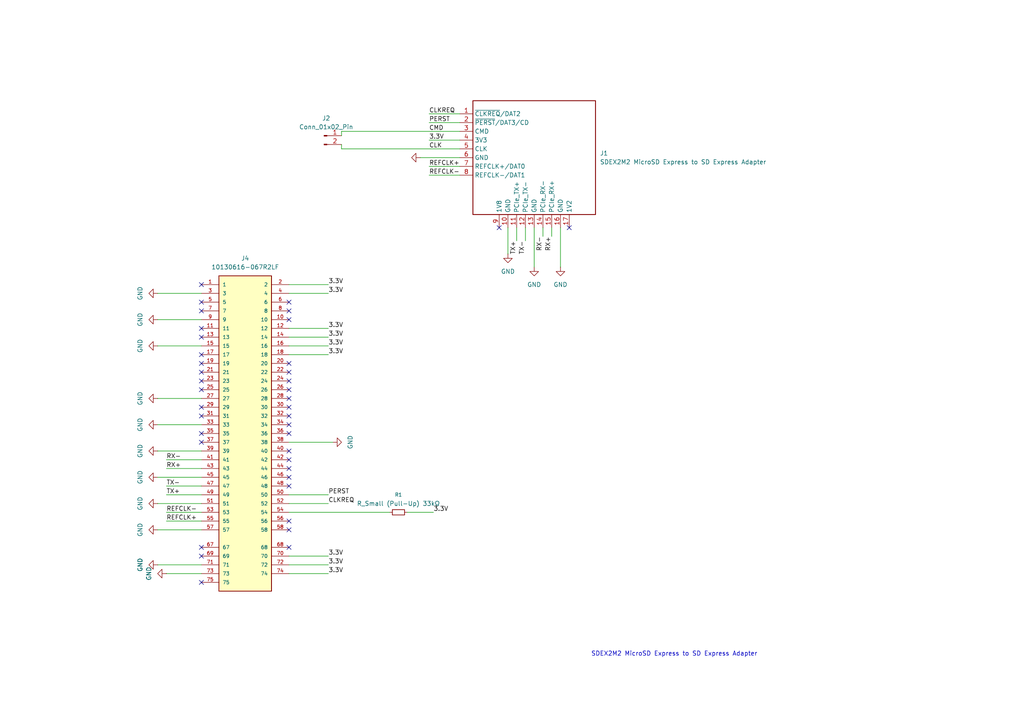
<source format=kicad_sch>
(kicad_sch (version 20250114) (generator "eeschema") (generator_version "9.0")
  (paper "A4")
  (lib_symbols
    (symbol "10130616-067R2LF:10130616-067R2LF" (pin_names (offset 1.016))
      (property "Reference" "J" (at -7.62 46.355 0))
      (property "Value" "10130616-067R2LF" (at -7.62 -48.26 0))
      (symbol "10130616-067R2LF_0_0"
        (rectangle (start -7.62 -45.72) (end 7.62 45.72) (stroke (width 0.254)) (fill (type background)))
        (pin passive line (at -12.7 43.18 0) (length 5.08) (name "1") (number "1"))
        (pin passive line (at -12.7 40.64 0) (length 5.08) (name "3") (number "3"))
        (pin passive line (at -12.7 38.1 0) (length 5.08) (name "5") (number "5"))
        (pin passive line (at -12.7 35.56 0) (length 5.08) (name "7") (number "7"))
        (pin passive line (at -12.7 33.02 0) (length 5.08) (name "9") (number "9"))
        (pin passive line (at -12.7 30.48 0) (length 5.08) (name "11") (number "11"))
        (pin passive line (at -12.7 27.94 0) (length 5.08) (name "13") (number "13"))
        (pin passive line (at -12.7 25.4 0) (length 5.08) (name "15") (number "15"))
        (pin passive line (at -12.7 22.86 0) (length 5.08) (name "17") (number "17"))
        (pin passive line (at -12.7 20.32 0) (length 5.08) (name "19") (number "19"))
        (pin passive line (at -12.7 17.78 0) (length 5.08) (name "21") (number "21"))
        (pin passive line (at -12.7 15.24 0) (length 5.08) (name "23") (number "23"))
        (pin passive line (at -12.7 12.7 0) (length 5.08) (name "25") (number "25"))
        (pin passive line (at -12.7 10.16 0) (length 5.08) (name "27") (number "27"))
        (pin passive line (at -12.7 7.62 0) (length 5.08) (name "29") (number "29"))
        (pin passive line (at -12.7 5.08 0) (length 5.08) (name "31") (number "31"))
        (pin passive line (at -12.7 2.54 0) (length 5.08) (name "33") (number "33"))
        (pin passive line (at -12.7 0 0) (length 5.08) (name "35") (number "35"))
        (pin passive line (at -12.7 -2.54 0) (length 5.08) (name "37") (number "37"))
        (pin passive line (at -12.7 -5.08 0) (length 5.08) (name "39") (number "39"))
        (pin passive line (at -12.7 -7.62 0) (length 5.08) (name "41") (number "41"))
        (pin passive line (at -12.7 -10.16 0) (length 5.08) (name "43") (number "43"))
        (pin passive line (at -12.7 -12.7 0) (length 5.08) (name "45") (number "45"))
        (pin passive line (at -12.7 -15.24 0) (length 5.08) (name "47") (number "47"))
        (pin passive line (at -12.7 -17.78 0) (length 5.08) (name "49") (number "49"))
        (pin passive line (at -12.7 -20.32 0) (length 5.08) (name "51") (number "51"))
        (pin passive line (at -12.7 -22.86 0) (length 5.08) (name "53") (number "53"))
        (pin passive line (at -12.7 -25.4 0) (length 5.08) (name "55") (number "55"))
        (pin passive line (at -12.7 -27.94 0) (length 5.08) (name "57") (number "57"))
        (pin passive line (at -12.7 -33.02 0) (length 5.08) (name "67") (number "67"))
        (pin passive line (at -12.7 -35.56 0) (length 5.08) (name "69") (number "69"))
        (pin passive line (at -12.7 -38.1 0) (length 5.08) (name "71") (number "71"))
        (pin passive line (at -12.7 -40.64 0) (length 5.08) (name "73") (number "73"))
        (pin passive line (at -12.7 -43.18 0) (length 5.08) (name "75") (number "75"))
        (pin passive line (at 12.7 43.18 180) (length 5.08) (name "2") (number "2"))
        (pin passive line (at 12.7 40.64 180) (length 5.08) (name "4") (number "4"))
        (pin passive line (at 12.7 38.1 180) (length 5.08) (name "6") (number "6"))
        (pin passive line (at 12.7 35.56 180) (length 5.08) (name "8") (number "8"))
        (pin passive line (at 12.7 33.02 180) (length 5.08) (name "10") (number "10"))
        (pin passive line (at 12.7 30.48 180) (length 5.08) (name "12") (number "12"))
        (pin passive line (at 12.7 27.94 180) (length 5.08) (name "14") (number "14"))
        (pin passive line (at 12.7 25.4 180) (length 5.08) (name "16") (number "16"))
        (pin passive line (at 12.7 22.86 180) (length 5.08) (name "18") (number "18"))
        (pin passive line (at 12.7 20.32 180) (length 5.08) (name "20") (number "20"))
        (pin passive line (at 12.7 17.78 180) (length 5.08) (name "22") (number "22"))
        (pin passive line (at 12.7 15.24 180) (length 5.08) (name "24") (number "24"))
        (pin passive line (at 12.7 12.7 180) (length 5.08) (name "26") (number "26"))
        (pin passive line (at 12.7 10.16 180) (length 5.08) (name "28") (number "28"))
        (pin passive line (at 12.7 7.62 180) (length 5.08) (name "30") (number "30"))
        (pin passive line (at 12.7 5.08 180) (length 5.08) (name "32") (number "32"))
        (pin passive line (at 12.7 2.54 180) (length 5.08) (name "34") (number "34"))
        (pin passive line (at 12.7 0 180) (length 5.08) (name "36") (number "36"))
        (pin passive line (at 12.7 -2.54 180) (length 5.08) (name "38") (number "38"))
        (pin passive line (at 12.7 -5.08 180) (length 5.08) (name "40") (number "40"))
        (pin passive line (at 12.7 -7.62 180) (length 5.08) (name "42") (number "42"))
        (pin passive line (at 12.7 -10.16 180) (length 5.08) (name "44") (number "44"))
        (pin passive line (at 12.7 -12.7 180) (length 5.08) (name "46") (number "46"))
        (pin passive line (at 12.7 -15.24 180) (length 5.08) (name "48") (number "48"))
        (pin passive line (at 12.7 -17.78 180) (length 5.08) (name "50") (number "50"))
        (pin passive line (at 12.7 -20.32 180) (length 5.08) (name "52") (number "52"))
        (pin passive line (at 12.7 -22.86 180) (length 5.08) (name "54") (number "54"))
        (pin passive line (at 12.7 -25.4 180) (length 5.08) (name "56") (number "56"))
        (pin passive line (at 12.7 -27.94 180) (length 5.08) (name "58") (number "58"))
        (pin passive line (at 12.7 -33.02 180) (length 5.08) (name "68") (number "68"))
        (pin passive line (at 12.7 -35.56 180) (length 5.08) (name "70") (number "70"))
        (pin passive line (at 12.7 -38.1 180) (length 5.08) (name "72") (number "72"))
        (pin passive line (at 12.7 -40.64 180) (length 5.08) (name "74") (number "74"))
      )
    )
    (symbol "Connector:Conn_01x02_Pin" (pin_names (offset 1.016) (hide yes))
      (property "Reference" "J" (at 0 2.54 0))
      (property "Value" "Conn_01x02_Pin" (at 0 -5.08 0))
      (symbol "Conn_01x02_Pin_1_1"
        (rectangle (start 0.8636 0.127) (end 0 -0.127) (stroke (width 0.1524)) (fill (type outline)))
        (rectangle (start 0.8636 -2.413) (end 0 -2.667) (stroke (width 0.1524)) (fill (type outline)))
        (polyline (pts (xy 1.27 0) (xy 0.8636 0)) (stroke (width 0.1524)))
        (polyline (pts (xy 1.27 -2.54) (xy 0.8636 -2.54)) (stroke (width 0.1524)))
        (pin passive line (at 5.08 0 180) (length 3.81) (name "Pin_1") (number "1"))
        (pin passive line (at 5.08 -2.54 180) (length 3.81) (name "Pin_2") (number "2"))
      )
    )
    (symbol "Device:R_Small" (pin_numbers (hide yes)) (pin_names (offset 0.254) (hide yes))
      (property "Reference" "R" (at 0 0 90))
      (property "Value" "R_Small" (at 1.778 0 90))
      (symbol "R_Small_0_1"
        (rectangle (start -0.762 1.778) (end 0.762 -1.778) (stroke (width 0.2032)))
      )
      (symbol "R_Small_1_1"
        (pin passive line (at 0 2.54 270) (length 0.762) (name "~") (number "1"))
        (pin passive line (at 0 -2.54 90) (length 0.762) (name "~") (number "2"))
      )
    )
    (symbol "m1cha:Micro_SDex_PCB"
      (property "Reference" "J1" (at 17.78 1.2701 0))
      (property "Value" "SDEX2M2 MicroSD Express 	Card" (at 17.78 -1.2699 0))
      (symbol "Micro_SDex_PCB_0_1"
        (polyline (pts (xy 16.51 -8.89) (xy 16.51 16.51) (xy -19.05 16.51) (xy -19.05 -16.51) (xy 16.51 -16.51) (xy 16.51 -8.89)) (stroke (width 0.254)))
      )
      (symbol "Micro_SDex_PCB_1_1"
        (pin bidirectional line (at -22.86 12.7 0) (length 3.81) (name "~{CLKREQ}/DAT2") (number "1"))
        (pin bidirectional line (at -22.86 10.16 0) (length 3.81) (name "~{PERST}/DAT3/CD") (number "2"))
        (pin output line (at -22.86 7.62 0) (length 3.81) (name "CMD") (number "3"))
        (pin power_out line (at -22.86 5.08 0) (length 3.81) (name "3V3") (number "4"))
        (pin output line (at -22.86 2.54 0) (length 3.81) (name "CLK") (number "5"))
        (pin power_out line (at -22.86 0 0) (length 3.81) (name "GND") (number "6"))
        (pin bidirectional line (at -22.86 -2.54 0) (length 3.81) (name "REFCLK+/DAT0") (number "7"))
        (pin bidirectional line (at -22.86 -5.08 0) (length 3.81) (name "REFCLK-/DAT1") (number "8"))
        (pin power_out line (at -11.43 -20.32 90) (length 3.81) (name "1V8") (number "9"))
        (pin passive line (at -8.89 -20.32 90) (length 3.81) (name "GND") (number "10"))
        (pin output line (at -6.35 -20.32 90) (length 3.81) (name "PCIe_TX+") (number "11"))
        (pin output line (at -3.81 -20.32 90) (length 3.81) (name "PCIe_TX-") (number "12"))
        (pin passive line (at -1.27 -20.32 90) (length 3.81) (name "GND") (number "13"))
        (pin input line (at 1.27 -20.32 90) (length 3.81) (name "PCIe_RX-") (number "14"))
        (pin input line (at 3.81 -20.32 90) (length 3.81) (name "PCIe_RX+") (number "15"))
        (pin passive line (at 6.35 -20.32 90) (length 3.81) (name "GND") (number "16"))
        (pin power_out line (at 8.89 -20.32 90) (length 3.81) (name "1V2") (number "17"))
      )
    )
    (symbol "power:GND" (power) (pin_numbers (hide yes)) (pin_names (offset 0) (hide yes))
      (property "Value" "GND" (at 0 -3.81 0))
      (symbol "GND_0_1"
        (polyline (pts (xy 0 0) (xy 0 -1.27) (xy 1.27 -1.27) (xy 0 -2.54) (xy -1.27 -1.27) (xy 0 -1.27)))
      )
      (symbol "GND_1_1"
        (pin power_in line (at 0 0 270) (length 0) (name "~") (number "1"))
      )
    )
  )
  (text "SDEX2M2 MicroSD Express to SD Express Adapter" (at 195.58 189.738 0) (effects (font (size 1.27 1.27))))
  (no_connect (at 83.82 138.43))
  (no_connect (at 58.42 110.49))
  (no_connect (at 83.82 153.67))
  (no_connect (at 58.42 102.87))
  (no_connect (at 58.42 168.91))
  (no_connect (at 83.82 87.63))
  (no_connect (at 58.42 82.55))
  (no_connect (at 58.42 113.03))
  (no_connect (at 83.82 118.11))
  (no_connect (at 83.82 113.03))
  (no_connect (at 83.82 123.19))
  (no_connect (at 58.42 158.75))
  (no_connect (at 58.42 95.25))
  (no_connect (at 58.42 87.63))
  (no_connect (at 83.82 110.49))
  (no_connect (at 165.1 66.04))
  (no_connect (at 83.82 105.41))
  (no_connect (at 83.82 130.81))
  (no_connect (at 58.42 125.73))
  (no_connect (at 83.82 120.65))
  (no_connect (at 58.42 90.17))
  (no_connect (at 83.82 125.73))
  (no_connect (at 83.82 90.17))
  (no_connect (at 83.82 158.75))
  (no_connect (at 83.82 92.71))
  (no_connect (at 83.82 151.13))
  (no_connect (at 58.42 105.41))
  (no_connect (at 83.82 133.35))
  (no_connect (at 58.42 161.29))
  (no_connect (at 83.82 107.95))
  (no_connect (at 58.42 128.27))
  (no_connect (at 58.42 120.65))
  (no_connect (at 58.42 97.79))
  (no_connect (at 58.42 118.11))
  (no_connect (at 83.82 135.89))
  (no_connect (at 58.42 107.95))
  (no_connect (at 83.82 140.97))
  (no_connect (at 83.82 115.57))
  (no_connect (at 144.78 66.04))
  (wire (pts (xy 83.82 85.09) (xy 95.25 85.09)))
  (wire (pts (xy 121.92 45.72) (xy 133.35 45.72)))
  (wire (pts (xy 83.82 146.05) (xy 95.25 146.05)))
  (wire (pts (xy 124.46 40.64) (xy 133.35 40.64)))
  (wire (pts (xy 118.11 148.59) (xy 125.73 148.59)))
  (wire (pts (xy 45.72 138.43) (xy 58.42 138.43)))
  (wire (pts (xy 99.06 43.18) (xy 133.35 43.18)))
  (wire (pts (xy 83.82 166.37) (xy 95.25 166.37)))
  (wire (pts (xy 45.72 146.05) (xy 58.42 146.05)))
  (wire (pts (xy 157.48 66.04) (xy 157.48 68.58)))
  (wire (pts (xy 124.46 50.8) (xy 133.35 50.8)))
  (wire (pts (xy 99.06 38.1) (xy 133.35 38.1)))
  (wire (pts (xy 83.82 95.25) (xy 95.25 95.25)))
  (wire (pts (xy 48.26 133.35) (xy 58.42 133.35)))
  (wire (pts (xy 124.46 33.02) (xy 133.35 33.02)))
  (wire (pts (xy 147.32 73.66) (xy 147.32 66.04)))
  (wire (pts (xy 99.06 38.1) (xy 99.06 39.37)))
  (wire (pts (xy 48.26 151.13) (xy 58.42 151.13)))
  (wire (pts (xy 45.72 115.57) (xy 58.42 115.57)))
  (wire (pts (xy 83.82 143.51) (xy 95.25 143.51)))
  (wire (pts (xy 48.26 140.97) (xy 58.42 140.97)))
  (wire (pts (xy 162.56 77.47) (xy 162.56 66.04)))
  (wire (pts (xy 160.02 66.04) (xy 160.02 68.58)))
  (wire (pts (xy 99.06 43.18) (xy 99.06 41.91)))
  (wire (pts (xy 83.82 163.83) (xy 95.25 163.83)))
  (wire (pts (xy 124.46 35.56) (xy 133.35 35.56)))
  (wire (pts (xy 48.26 143.51) (xy 58.42 143.51)))
  (wire (pts (xy 83.82 97.79) (xy 95.25 97.79)))
  (wire (pts (xy 45.72 100.33) (xy 58.42 100.33)))
  (wire (pts (xy 48.26 166.37) (xy 58.42 166.37)))
  (wire (pts (xy 48.26 135.89) (xy 58.42 135.89)))
  (wire (pts (xy 154.94 77.47) (xy 154.94 66.04)))
  (wire (pts (xy 83.82 128.27) (xy 96.52 128.27)))
  (wire (pts (xy 45.72 153.67) (xy 58.42 153.67)))
  (wire (pts (xy 48.26 148.59) (xy 58.42 148.59)))
  (wire (pts (xy 45.72 163.83) (xy 58.42 163.83)))
  (wire (pts (xy 152.4 66.04) (xy 152.4 69.85)))
  (wire (pts (xy 83.82 102.87) (xy 95.25 102.87)))
  (wire (pts (xy 83.82 100.33) (xy 95.25 100.33)))
  (wire (pts (xy 45.72 92.71) (xy 58.42 92.71)))
  (wire (pts (xy 83.82 161.29) (xy 95.25 161.29)))
  (wire (pts (xy 149.86 66.04) (xy 149.86 69.85)))
  (wire (pts (xy 45.72 85.09) (xy 58.42 85.09)))
  (wire (pts (xy 83.82 82.55) (xy 95.25 82.55)))
  (wire (pts (xy 45.72 123.19) (xy 58.42 123.19)))
  (wire (pts (xy 83.82 148.59) (xy 113.03 148.59)))
  (wire (pts (xy 124.46 48.26) (xy 133.35 48.26)))
  (wire (pts (xy 45.72 130.81) (xy 58.42 130.81)))
  (label "RX+" (at 160.02 68.58 270))
  (label "3.3V" (at 125.73 148.59 0))
  (label "3.3V" (at 95.25 82.55 0))
  (label "CMD" (at 124.46 38.1 0))
  (label "TX+" (at 149.86 69.85 270))
  (label "3.3V" (at 95.25 100.33 0))
  (label "3.3V" (at 95.25 163.83 0))
  (label "RX+" (at 48.26 135.89 0))
  (label "3.3V" (at 95.25 161.29 0))
  (label "CLK" (at 124.46 43.18 0))
  (label "3.3V" (at 124.46 40.64 0))
  (label "REFCLK+" (at 48.26 151.13 0))
  (label "REFCLK+" (at 124.46 48.26 0))
  (label "RX-" (at 157.48 68.58 270))
  (label "3.3V" (at 95.25 97.79 0))
  (label "TX-" (at 152.4 69.85 270))
  (label "3.3V" (at 95.25 95.25 0))
  (label "TX-" (at 48.26 140.97 0))
  (label "CLKREQ" (at 95.25 146.05 0))
  (label "PERST" (at 95.25 143.51 0))
  (label "RX-" (at 48.26 133.35 0))
  (label "REFCLK-" (at 48.26 148.59 0))
  (label "3.3V" (at 95.25 85.09 0))
  (label "PERST" (at 124.46 35.56 0))
  (label "CLKREQ" (at 124.46 33.02 0))
  (label "REFCLK-" (at 124.46 50.8 0))
  (label "TX+" (at 48.26 143.51 0))
  (label "3.3V" (at 95.25 102.87 0))
  (label "3.3V" (at 95.25 166.37 0))
  (symbol (lib_id "power:GND") (at 45.72 92.71 270) (unit 1)
    (property "Reference" "#PWR09" (effects (hide yes)))
    (property "Value" "GND" (at 40.64 92.71 0))
    (property "Description" "Power symbol creates a global label with name \"GND\" , ground" (effects (hide yes)))
  )
  (symbol (lib_id "power:GND") (at 45.72 85.09 270) (unit 1)
    (property "Reference" "#PWR08" (effects (hide yes)))
    (property "Value" "GND" (at 40.64 85.09 0))
    (property "Description" "Power symbol creates a global label with name \"GND\" , ground" (effects (hide yes)))
  )
  (symbol (lib_id "power:GND") (at 45.72 163.83 270) (unit 1)
    (property "Reference" "#PWR014" (effects (hide yes)))
    (property "Value" "GND" (at 40.64 163.83 0))
    (property "Description" "Power symbol creates a global label with name \"GND\" , ground" (effects (hide yes)))
  )
  (symbol (lib_id "power:GND") (at 45.72 130.81 270) (unit 1)
    (property "Reference" "#PWR07" (effects (hide yes)))
    (property "Value" "GND" (at 40.64 130.81 0))
    (property "Description" "Power symbol creates a global label with name \"GND\" , ground" (effects (hide yes)))
  )
  (symbol (lib_id "10130616-067R2LF:10130616-067R2LF") (at 71.12 125.73 0) (unit 1)
    (property "Reference" "J4" (at 71.12 74.93 0))
    (property "Value" "10130616-067R2LF" (at 71.12 77.47 0))
    (property "Footprint" "10130616-067R2LF:AMPHENOL_10130616-067R2LF" (effects (hide yes)))
    (property "PARTREV" "C" (effects (hide yes)))
    (property "STANDARD" "Manufacturer Recommendations" (effects (hide yes)))
    (property "MAXIMUM_PACKAGE_HEIGHT" "4.20 mm" (effects (hide yes)))
    (property "MANUFACTURER" "Amphenol" (effects (hide yes)))
  )
  (symbol (lib_id "power:GND") (at 96.52 128.27 90) (mirror x) (unit 1)
    (property "Reference" "#PWR026" (effects (hide yes)))
    (property "Value" "GND" (at 101.6 128.27 0))
    (property "Description" "Power symbol creates a global label with name \"GND\" , ground" (effects (hide yes)))
  )
  (symbol (lib_id "m1cha:Micro_SDex_PCB") (at 156.21 45.72 0) (unit 1)
    (property "Reference" "J1" (at 173.99 44.4499 0) (effects (justify left)))
    (property "Value" "SDEX2M2 MicroSD Express to SD Express Adapter" (at 173.99 46.9899 0) (effects (justify left)))
    (property "Footprint" "m1cha:usdex-male-open_bottom" (effects (hide yes)))
    (property "Description" "Micro SD Card PCB" (effects (hide yes)))
  )
  (symbol (lib_id "power:GND") (at 147.32 73.66 0) (unit 1)
    (property "Reference" "#PWR02" (effects (hide yes)))
    (property "Value" "GND" (at 147.32 78.74 0))
    (property "Description" "Power symbol creates a global label with name \"GND\" , ground" (effects (hide yes)))
  )
  (symbol (lib_id "power:GND") (at 48.26 166.37 270) (unit 1)
    (property "Reference" "#PWR015" (effects (hide yes)))
    (property "Value" "GND" (at 43.18 166.37 0))
    (property "Description" "Power symbol creates a global label with name \"GND\" , ground" (effects (hide yes)))
  )
  (symbol (lib_id "Device:R_Small") (at 115.57 148.59 90) (unit 1)
    (property "Reference" "R1" (at 115.57 143.51 90) (effects (font (size 1.016 1.016))))
    (property "Value" "R_Small (Pull-Up) 33kΩ" (at 115.57 146.05 90))
    (property "Footprint" "Resistor_SMD:R_0603_1608Metric" (effects (hide yes)))
    (property "Description" "Resistor, small symbol" (effects (hide yes)))
  )
  (symbol (lib_id "power:GND") (at 45.72 146.05 270) (unit 1)
    (property "Reference" "#PWR06" (effects (hide yes)))
    (property "Value" "GND" (at 40.64 146.05 0))
    (property "Description" "Power symbol creates a global label with name \"GND\" , ground" (effects (hide yes)))
  )
  (symbol (lib_id "power:GND") (at 154.94 77.47 0) (unit 1)
    (property "Reference" "#PWR01" (effects (hide yes)))
    (property "Value" "GND" (at 154.94 82.55 0))
    (property "Description" "Power symbol creates a global label with name \"GND\" , ground" (effects (hide yes)))
  )
  (symbol (lib_id "power:GND") (at 45.72 138.43 270) (unit 1)
    (property "Reference" "#PWR05" (effects (hide yes)))
    (property "Value" "GND" (at 40.64 138.43 0))
    (property "Description" "Power symbol creates a global label with name \"GND\" , ground" (effects (hide yes)))
  )
  (symbol (lib_id "power:GND") (at 45.72 115.57 270) (unit 1)
    (property "Reference" "#PWR011" (effects (hide yes)))
    (property "Value" "GND" (at 40.64 115.57 0))
    (property "Description" "Power symbol creates a global label with name \"GND\" , ground" (effects (hide yes)))
  )
  (symbol (lib_id "power:GND") (at 45.72 100.33 270) (unit 1)
    (property "Reference" "#PWR010" (effects (hide yes)))
    (property "Value" "GND" (at 40.64 100.33 0))
    (property "Description" "Power symbol creates a global label with name \"GND\" , ground" (effects (hide yes)))
  )
  (symbol (lib_id "power:GND") (at 162.56 77.47 0) (unit 1)
    (property "Reference" "#PWR03" (effects (hide yes)))
    (property "Value" "GND" (at 162.56 82.55 0))
    (property "Description" "Power symbol creates a global label with name \"GND\" , ground" (effects (hide yes)))
  )
  (symbol (lib_id "Connector:Conn_01x02_Pin") (at 93.98 39.37 0) (unit 1)
    (property "Reference" "J2" (at 94.615 34.29 0))
    (property "Value" "Conn_01x02_Pin" (at 94.615 36.83 0))
    (property "Footprint" "Connector_PinHeader_2.00mm:PinHeader_1x02_P2.00mm_Vertical" (effects (hide yes)))
    (property "Description" "Generic connector, single row, 01x02, script generated" (effects (hide yes)))
  )
  (symbol (lib_id "power:GND") (at 121.92 45.72 270) (unit 1)
    (property "Reference" "#PWR04" (effects (hide yes)))
    (property "Value" "GND" (effects (hide yes)))
    (property "Description" "Power symbol creates a global label with name \"GND\" , ground" (effects (hide yes)))
  )
  (symbol (lib_id "power:GND") (at 45.72 153.67 270) (unit 1)
    (property "Reference" "#PWR013" (effects (hide yes)))
    (property "Value" "GND" (at 40.64 153.67 0))
    (property "Description" "Power symbol creates a global label with name \"GND\" , ground" (effects (hide yes)))
  )
  (symbol (lib_id "power:GND") (at 45.72 123.19 270) (unit 1)
    (property "Reference" "#PWR012" (effects (hide yes)))
    (property "Value" "GND" (at 40.64 123.19 0))
    (property "Description" "Power symbol creates a global label with name \"GND\" , ground" (effects (hide yes)))
  )
)
</source>
